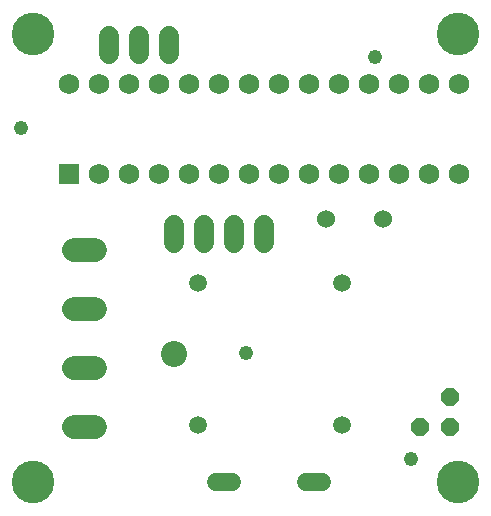
<source format=gbs>
G04 EAGLE Gerber RS-274X export*
G75*
%MOMM*%
%FSLAX34Y34*%
%LPD*%
%INSoldermask Bottom*%
%IPPOS*%
%AMOC8*
5,1,8,0,0,1.08239X$1,22.5*%
G01*
%ADD10C,3.603200*%
%ADD11C,2.213200*%
%ADD12C,1.511200*%
%ADD13R,1.727200X1.727200*%
%ADD14C,1.727200*%
%ADD15C,1.727200*%
%ADD16C,1.524000*%
%ADD17C,1.993900*%
%ADD18P,1.649562X8X22.500000*%
%ADD19C,1.524000*%
%ADD20C,1.209600*%


D10*
X20000Y360000D03*
X380000Y360000D03*
X380000Y-20000D03*
X20000Y-20000D03*
D11*
X139700Y88900D03*
D12*
X159700Y148900D03*
X159700Y28900D03*
X281700Y148900D03*
X281700Y28900D03*
D13*
X50800Y241300D03*
D14*
X76200Y241300D03*
X101600Y241300D03*
X127000Y241300D03*
X152400Y241300D03*
X177800Y241300D03*
X203200Y241300D03*
X228600Y241300D03*
X254000Y241300D03*
X279400Y241300D03*
X304800Y241300D03*
X330200Y241300D03*
X355600Y241300D03*
X381000Y241300D03*
X381000Y317500D03*
X355600Y317500D03*
X330200Y317500D03*
X304800Y317500D03*
X279400Y317500D03*
X254000Y317500D03*
X228600Y317500D03*
X203200Y317500D03*
X177800Y317500D03*
X152400Y317500D03*
X127000Y317500D03*
X101600Y317500D03*
X76200Y317500D03*
X50800Y317500D03*
D15*
X139700Y198120D02*
X139700Y182880D01*
X165100Y182880D02*
X165100Y198120D01*
X190500Y198120D02*
X190500Y182880D01*
X215900Y182880D02*
X215900Y198120D01*
D16*
X316230Y203200D03*
X267970Y203200D03*
D17*
X72454Y176600D02*
X54547Y176600D01*
X54547Y126600D02*
X72454Y126600D01*
X72454Y76600D02*
X54547Y76600D01*
X54547Y26600D02*
X72454Y26600D01*
D15*
X135400Y342380D02*
X135400Y357620D01*
X110000Y357620D02*
X110000Y342380D01*
X84600Y342380D02*
X84600Y357620D01*
D18*
X347300Y27300D03*
X372700Y27300D03*
X372700Y52700D03*
D19*
X264704Y-20000D02*
X251496Y-20000D01*
X188504Y-20000D02*
X175296Y-20000D01*
D20*
X10000Y280000D03*
X310000Y340000D03*
X340000Y0D03*
X200000Y90000D03*
M02*

</source>
